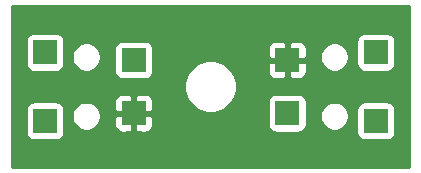
<source format=gbl>
G04 #@! TF.GenerationSoftware,KiCad,Pcbnew,5.1.5*
G04 #@! TF.CreationDate,2020-03-24T12:45:04+09:00*
G04 #@! TF.ProjectId,ABC,4142432e-6b69-4636-9164-5f7063625858,rev?*
G04 #@! TF.SameCoordinates,Original*
G04 #@! TF.FileFunction,Copper,L2,Bot*
G04 #@! TF.FilePolarity,Positive*
%FSLAX46Y46*%
G04 Gerber Fmt 4.6, Leading zero omitted, Abs format (unit mm)*
G04 Created by KiCad (PCBNEW 5.1.5) date 2020-03-24 12:45:04*
%MOMM*%
%LPD*%
G04 APERTURE LIST*
%ADD10R,2.000000X2.000000*%
%ADD11C,0.254000*%
G04 APERTURE END LIST*
D10*
X86500000Y-59400000D03*
X86500000Y-53600000D03*
X94000000Y-58750000D03*
X94000000Y-54250000D03*
X107000000Y-58750000D03*
X107000000Y-54250000D03*
X114500000Y-59400000D03*
X114500000Y-53600000D03*
D11*
G36*
X117340001Y-63340000D02*
G01*
X83660000Y-63340000D01*
X83660000Y-58400000D01*
X84861928Y-58400000D01*
X84861928Y-60400000D01*
X84874188Y-60524482D01*
X84910498Y-60644180D01*
X84969463Y-60754494D01*
X85048815Y-60851185D01*
X85145506Y-60930537D01*
X85255820Y-60989502D01*
X85375518Y-61025812D01*
X85500000Y-61038072D01*
X87500000Y-61038072D01*
X87624482Y-61025812D01*
X87744180Y-60989502D01*
X87854494Y-60930537D01*
X87951185Y-60851185D01*
X88030537Y-60754494D01*
X88089502Y-60644180D01*
X88125812Y-60524482D01*
X88138072Y-60400000D01*
X88138072Y-58878363D01*
X88765000Y-58878363D01*
X88765000Y-59121637D01*
X88812460Y-59360236D01*
X88905557Y-59584992D01*
X89040713Y-59787267D01*
X89212733Y-59959287D01*
X89415008Y-60094443D01*
X89639764Y-60187540D01*
X89878363Y-60235000D01*
X90121637Y-60235000D01*
X90360236Y-60187540D01*
X90584992Y-60094443D01*
X90787267Y-59959287D01*
X90959287Y-59787267D01*
X90984188Y-59750000D01*
X92361928Y-59750000D01*
X92374188Y-59874482D01*
X92410498Y-59994180D01*
X92469463Y-60104494D01*
X92548815Y-60201185D01*
X92645506Y-60280537D01*
X92755820Y-60339502D01*
X92875518Y-60375812D01*
X93000000Y-60388072D01*
X93714250Y-60385000D01*
X93873000Y-60226250D01*
X93873000Y-58877000D01*
X94127000Y-58877000D01*
X94127000Y-60226250D01*
X94285750Y-60385000D01*
X95000000Y-60388072D01*
X95124482Y-60375812D01*
X95244180Y-60339502D01*
X95354494Y-60280537D01*
X95451185Y-60201185D01*
X95530537Y-60104494D01*
X95589502Y-59994180D01*
X95625812Y-59874482D01*
X95638072Y-59750000D01*
X95635000Y-59035750D01*
X95476250Y-58877000D01*
X94127000Y-58877000D01*
X93873000Y-58877000D01*
X92523750Y-58877000D01*
X92365000Y-59035750D01*
X92361928Y-59750000D01*
X90984188Y-59750000D01*
X91094443Y-59584992D01*
X91187540Y-59360236D01*
X91235000Y-59121637D01*
X91235000Y-58878363D01*
X91187540Y-58639764D01*
X91094443Y-58415008D01*
X90959287Y-58212733D01*
X90787267Y-58040713D01*
X90584992Y-57905557D01*
X90360236Y-57812460D01*
X90121637Y-57765000D01*
X89878363Y-57765000D01*
X89639764Y-57812460D01*
X89415008Y-57905557D01*
X89212733Y-58040713D01*
X89040713Y-58212733D01*
X88905557Y-58415008D01*
X88812460Y-58639764D01*
X88765000Y-58878363D01*
X88138072Y-58878363D01*
X88138072Y-58400000D01*
X88125812Y-58275518D01*
X88089502Y-58155820D01*
X88030537Y-58045506D01*
X87951185Y-57948815D01*
X87854494Y-57869463D01*
X87744180Y-57810498D01*
X87624482Y-57774188D01*
X87500000Y-57761928D01*
X85500000Y-57761928D01*
X85375518Y-57774188D01*
X85255820Y-57810498D01*
X85145506Y-57869463D01*
X85048815Y-57948815D01*
X84969463Y-58045506D01*
X84910498Y-58155820D01*
X84874188Y-58275518D01*
X84861928Y-58400000D01*
X83660000Y-58400000D01*
X83660000Y-57750000D01*
X92361928Y-57750000D01*
X92365000Y-58464250D01*
X92523750Y-58623000D01*
X93873000Y-58623000D01*
X93873000Y-57273750D01*
X94127000Y-57273750D01*
X94127000Y-58623000D01*
X95476250Y-58623000D01*
X95635000Y-58464250D01*
X95638072Y-57750000D01*
X95625812Y-57625518D01*
X95589502Y-57505820D01*
X95530537Y-57395506D01*
X95451185Y-57298815D01*
X95354494Y-57219463D01*
X95244180Y-57160498D01*
X95124482Y-57124188D01*
X95000000Y-57111928D01*
X94285750Y-57115000D01*
X94127000Y-57273750D01*
X93873000Y-57273750D01*
X93714250Y-57115000D01*
X93000000Y-57111928D01*
X92875518Y-57124188D01*
X92755820Y-57160498D01*
X92645506Y-57219463D01*
X92548815Y-57298815D01*
X92469463Y-57395506D01*
X92410498Y-57505820D01*
X92374188Y-57625518D01*
X92361928Y-57750000D01*
X83660000Y-57750000D01*
X83660000Y-56279872D01*
X98265000Y-56279872D01*
X98265000Y-56720128D01*
X98350890Y-57151925D01*
X98519369Y-57558669D01*
X98763962Y-57924729D01*
X99075271Y-58236038D01*
X99441331Y-58480631D01*
X99848075Y-58649110D01*
X100279872Y-58735000D01*
X100720128Y-58735000D01*
X101151925Y-58649110D01*
X101558669Y-58480631D01*
X101924729Y-58236038D01*
X102236038Y-57924729D01*
X102352787Y-57750000D01*
X105361928Y-57750000D01*
X105361928Y-59750000D01*
X105374188Y-59874482D01*
X105410498Y-59994180D01*
X105469463Y-60104494D01*
X105548815Y-60201185D01*
X105645506Y-60280537D01*
X105755820Y-60339502D01*
X105875518Y-60375812D01*
X106000000Y-60388072D01*
X108000000Y-60388072D01*
X108124482Y-60375812D01*
X108244180Y-60339502D01*
X108354494Y-60280537D01*
X108451185Y-60201185D01*
X108530537Y-60104494D01*
X108589502Y-59994180D01*
X108625812Y-59874482D01*
X108638072Y-59750000D01*
X108638072Y-58878363D01*
X109765000Y-58878363D01*
X109765000Y-59121637D01*
X109812460Y-59360236D01*
X109905557Y-59584992D01*
X110040713Y-59787267D01*
X110212733Y-59959287D01*
X110415008Y-60094443D01*
X110639764Y-60187540D01*
X110878363Y-60235000D01*
X111121637Y-60235000D01*
X111360236Y-60187540D01*
X111584992Y-60094443D01*
X111787267Y-59959287D01*
X111959287Y-59787267D01*
X112094443Y-59584992D01*
X112187540Y-59360236D01*
X112235000Y-59121637D01*
X112235000Y-58878363D01*
X112187540Y-58639764D01*
X112094443Y-58415008D01*
X112084415Y-58400000D01*
X112861928Y-58400000D01*
X112861928Y-60400000D01*
X112874188Y-60524482D01*
X112910498Y-60644180D01*
X112969463Y-60754494D01*
X113048815Y-60851185D01*
X113145506Y-60930537D01*
X113255820Y-60989502D01*
X113375518Y-61025812D01*
X113500000Y-61038072D01*
X115500000Y-61038072D01*
X115624482Y-61025812D01*
X115744180Y-60989502D01*
X115854494Y-60930537D01*
X115951185Y-60851185D01*
X116030537Y-60754494D01*
X116089502Y-60644180D01*
X116125812Y-60524482D01*
X116138072Y-60400000D01*
X116138072Y-58400000D01*
X116125812Y-58275518D01*
X116089502Y-58155820D01*
X116030537Y-58045506D01*
X115951185Y-57948815D01*
X115854494Y-57869463D01*
X115744180Y-57810498D01*
X115624482Y-57774188D01*
X115500000Y-57761928D01*
X113500000Y-57761928D01*
X113375518Y-57774188D01*
X113255820Y-57810498D01*
X113145506Y-57869463D01*
X113048815Y-57948815D01*
X112969463Y-58045506D01*
X112910498Y-58155820D01*
X112874188Y-58275518D01*
X112861928Y-58400000D01*
X112084415Y-58400000D01*
X111959287Y-58212733D01*
X111787267Y-58040713D01*
X111584992Y-57905557D01*
X111360236Y-57812460D01*
X111121637Y-57765000D01*
X110878363Y-57765000D01*
X110639764Y-57812460D01*
X110415008Y-57905557D01*
X110212733Y-58040713D01*
X110040713Y-58212733D01*
X109905557Y-58415008D01*
X109812460Y-58639764D01*
X109765000Y-58878363D01*
X108638072Y-58878363D01*
X108638072Y-57750000D01*
X108625812Y-57625518D01*
X108589502Y-57505820D01*
X108530537Y-57395506D01*
X108451185Y-57298815D01*
X108354494Y-57219463D01*
X108244180Y-57160498D01*
X108124482Y-57124188D01*
X108000000Y-57111928D01*
X106000000Y-57111928D01*
X105875518Y-57124188D01*
X105755820Y-57160498D01*
X105645506Y-57219463D01*
X105548815Y-57298815D01*
X105469463Y-57395506D01*
X105410498Y-57505820D01*
X105374188Y-57625518D01*
X105361928Y-57750000D01*
X102352787Y-57750000D01*
X102480631Y-57558669D01*
X102649110Y-57151925D01*
X102735000Y-56720128D01*
X102735000Y-56279872D01*
X102649110Y-55848075D01*
X102480631Y-55441331D01*
X102352788Y-55250000D01*
X105361928Y-55250000D01*
X105374188Y-55374482D01*
X105410498Y-55494180D01*
X105469463Y-55604494D01*
X105548815Y-55701185D01*
X105645506Y-55780537D01*
X105755820Y-55839502D01*
X105875518Y-55875812D01*
X106000000Y-55888072D01*
X106714250Y-55885000D01*
X106873000Y-55726250D01*
X106873000Y-54377000D01*
X107127000Y-54377000D01*
X107127000Y-55726250D01*
X107285750Y-55885000D01*
X108000000Y-55888072D01*
X108124482Y-55875812D01*
X108244180Y-55839502D01*
X108354494Y-55780537D01*
X108451185Y-55701185D01*
X108530537Y-55604494D01*
X108589502Y-55494180D01*
X108625812Y-55374482D01*
X108638072Y-55250000D01*
X108635000Y-54535750D01*
X108476250Y-54377000D01*
X107127000Y-54377000D01*
X106873000Y-54377000D01*
X105523750Y-54377000D01*
X105365000Y-54535750D01*
X105361928Y-55250000D01*
X102352788Y-55250000D01*
X102236038Y-55075271D01*
X101924729Y-54763962D01*
X101558669Y-54519369D01*
X101151925Y-54350890D01*
X100720128Y-54265000D01*
X100279872Y-54265000D01*
X99848075Y-54350890D01*
X99441331Y-54519369D01*
X99075271Y-54763962D01*
X98763962Y-55075271D01*
X98519369Y-55441331D01*
X98350890Y-55848075D01*
X98265000Y-56279872D01*
X83660000Y-56279872D01*
X83660000Y-52600000D01*
X84861928Y-52600000D01*
X84861928Y-54600000D01*
X84874188Y-54724482D01*
X84910498Y-54844180D01*
X84969463Y-54954494D01*
X85048815Y-55051185D01*
X85145506Y-55130537D01*
X85255820Y-55189502D01*
X85375518Y-55225812D01*
X85500000Y-55238072D01*
X87500000Y-55238072D01*
X87624482Y-55225812D01*
X87744180Y-55189502D01*
X87854494Y-55130537D01*
X87951185Y-55051185D01*
X88030537Y-54954494D01*
X88089502Y-54844180D01*
X88125812Y-54724482D01*
X88138072Y-54600000D01*
X88138072Y-53878363D01*
X88765000Y-53878363D01*
X88765000Y-54121637D01*
X88812460Y-54360236D01*
X88905557Y-54584992D01*
X89040713Y-54787267D01*
X89212733Y-54959287D01*
X89415008Y-55094443D01*
X89639764Y-55187540D01*
X89878363Y-55235000D01*
X90121637Y-55235000D01*
X90360236Y-55187540D01*
X90584992Y-55094443D01*
X90787267Y-54959287D01*
X90959287Y-54787267D01*
X91094443Y-54584992D01*
X91187540Y-54360236D01*
X91235000Y-54121637D01*
X91235000Y-53878363D01*
X91187540Y-53639764D01*
X91094443Y-53415008D01*
X90984189Y-53250000D01*
X92361928Y-53250000D01*
X92361928Y-55250000D01*
X92374188Y-55374482D01*
X92410498Y-55494180D01*
X92469463Y-55604494D01*
X92548815Y-55701185D01*
X92645506Y-55780537D01*
X92755820Y-55839502D01*
X92875518Y-55875812D01*
X93000000Y-55888072D01*
X95000000Y-55888072D01*
X95124482Y-55875812D01*
X95244180Y-55839502D01*
X95354494Y-55780537D01*
X95451185Y-55701185D01*
X95530537Y-55604494D01*
X95589502Y-55494180D01*
X95625812Y-55374482D01*
X95638072Y-55250000D01*
X95638072Y-53250000D01*
X105361928Y-53250000D01*
X105365000Y-53964250D01*
X105523750Y-54123000D01*
X106873000Y-54123000D01*
X106873000Y-52773750D01*
X107127000Y-52773750D01*
X107127000Y-54123000D01*
X108476250Y-54123000D01*
X108635000Y-53964250D01*
X108635369Y-53878363D01*
X109765000Y-53878363D01*
X109765000Y-54121637D01*
X109812460Y-54360236D01*
X109905557Y-54584992D01*
X110040713Y-54787267D01*
X110212733Y-54959287D01*
X110415008Y-55094443D01*
X110639764Y-55187540D01*
X110878363Y-55235000D01*
X111121637Y-55235000D01*
X111360236Y-55187540D01*
X111584992Y-55094443D01*
X111787267Y-54959287D01*
X111959287Y-54787267D01*
X112094443Y-54584992D01*
X112187540Y-54360236D01*
X112235000Y-54121637D01*
X112235000Y-53878363D01*
X112187540Y-53639764D01*
X112094443Y-53415008D01*
X111959287Y-53212733D01*
X111787267Y-53040713D01*
X111584992Y-52905557D01*
X111360236Y-52812460D01*
X111121637Y-52765000D01*
X110878363Y-52765000D01*
X110639764Y-52812460D01*
X110415008Y-52905557D01*
X110212733Y-53040713D01*
X110040713Y-53212733D01*
X109905557Y-53415008D01*
X109812460Y-53639764D01*
X109765000Y-53878363D01*
X108635369Y-53878363D01*
X108638072Y-53250000D01*
X108625812Y-53125518D01*
X108589502Y-53005820D01*
X108530537Y-52895506D01*
X108451185Y-52798815D01*
X108354494Y-52719463D01*
X108244180Y-52660498D01*
X108124482Y-52624188D01*
X108000000Y-52611928D01*
X107285750Y-52615000D01*
X107127000Y-52773750D01*
X106873000Y-52773750D01*
X106714250Y-52615000D01*
X106000000Y-52611928D01*
X105875518Y-52624188D01*
X105755820Y-52660498D01*
X105645506Y-52719463D01*
X105548815Y-52798815D01*
X105469463Y-52895506D01*
X105410498Y-53005820D01*
X105374188Y-53125518D01*
X105361928Y-53250000D01*
X95638072Y-53250000D01*
X95625812Y-53125518D01*
X95589502Y-53005820D01*
X95530537Y-52895506D01*
X95451185Y-52798815D01*
X95354494Y-52719463D01*
X95244180Y-52660498D01*
X95124482Y-52624188D01*
X95000000Y-52611928D01*
X93000000Y-52611928D01*
X92875518Y-52624188D01*
X92755820Y-52660498D01*
X92645506Y-52719463D01*
X92548815Y-52798815D01*
X92469463Y-52895506D01*
X92410498Y-53005820D01*
X92374188Y-53125518D01*
X92361928Y-53250000D01*
X90984189Y-53250000D01*
X90959287Y-53212733D01*
X90787267Y-53040713D01*
X90584992Y-52905557D01*
X90360236Y-52812460D01*
X90121637Y-52765000D01*
X89878363Y-52765000D01*
X89639764Y-52812460D01*
X89415008Y-52905557D01*
X89212733Y-53040713D01*
X89040713Y-53212733D01*
X88905557Y-53415008D01*
X88812460Y-53639764D01*
X88765000Y-53878363D01*
X88138072Y-53878363D01*
X88138072Y-52600000D01*
X112861928Y-52600000D01*
X112861928Y-54600000D01*
X112874188Y-54724482D01*
X112910498Y-54844180D01*
X112969463Y-54954494D01*
X113048815Y-55051185D01*
X113145506Y-55130537D01*
X113255820Y-55189502D01*
X113375518Y-55225812D01*
X113500000Y-55238072D01*
X115500000Y-55238072D01*
X115624482Y-55225812D01*
X115744180Y-55189502D01*
X115854494Y-55130537D01*
X115951185Y-55051185D01*
X116030537Y-54954494D01*
X116089502Y-54844180D01*
X116125812Y-54724482D01*
X116138072Y-54600000D01*
X116138072Y-52600000D01*
X116125812Y-52475518D01*
X116089502Y-52355820D01*
X116030537Y-52245506D01*
X115951185Y-52148815D01*
X115854494Y-52069463D01*
X115744180Y-52010498D01*
X115624482Y-51974188D01*
X115500000Y-51961928D01*
X113500000Y-51961928D01*
X113375518Y-51974188D01*
X113255820Y-52010498D01*
X113145506Y-52069463D01*
X113048815Y-52148815D01*
X112969463Y-52245506D01*
X112910498Y-52355820D01*
X112874188Y-52475518D01*
X112861928Y-52600000D01*
X88138072Y-52600000D01*
X88125812Y-52475518D01*
X88089502Y-52355820D01*
X88030537Y-52245506D01*
X87951185Y-52148815D01*
X87854494Y-52069463D01*
X87744180Y-52010498D01*
X87624482Y-51974188D01*
X87500000Y-51961928D01*
X85500000Y-51961928D01*
X85375518Y-51974188D01*
X85255820Y-52010498D01*
X85145506Y-52069463D01*
X85048815Y-52148815D01*
X84969463Y-52245506D01*
X84910498Y-52355820D01*
X84874188Y-52475518D01*
X84861928Y-52600000D01*
X83660000Y-52600000D01*
X83660000Y-49660000D01*
X117340000Y-49660000D01*
X117340001Y-63340000D01*
G37*
X117340001Y-63340000D02*
X83660000Y-63340000D01*
X83660000Y-58400000D01*
X84861928Y-58400000D01*
X84861928Y-60400000D01*
X84874188Y-60524482D01*
X84910498Y-60644180D01*
X84969463Y-60754494D01*
X85048815Y-60851185D01*
X85145506Y-60930537D01*
X85255820Y-60989502D01*
X85375518Y-61025812D01*
X85500000Y-61038072D01*
X87500000Y-61038072D01*
X87624482Y-61025812D01*
X87744180Y-60989502D01*
X87854494Y-60930537D01*
X87951185Y-60851185D01*
X88030537Y-60754494D01*
X88089502Y-60644180D01*
X88125812Y-60524482D01*
X88138072Y-60400000D01*
X88138072Y-58878363D01*
X88765000Y-58878363D01*
X88765000Y-59121637D01*
X88812460Y-59360236D01*
X88905557Y-59584992D01*
X89040713Y-59787267D01*
X89212733Y-59959287D01*
X89415008Y-60094443D01*
X89639764Y-60187540D01*
X89878363Y-60235000D01*
X90121637Y-60235000D01*
X90360236Y-60187540D01*
X90584992Y-60094443D01*
X90787267Y-59959287D01*
X90959287Y-59787267D01*
X90984188Y-59750000D01*
X92361928Y-59750000D01*
X92374188Y-59874482D01*
X92410498Y-59994180D01*
X92469463Y-60104494D01*
X92548815Y-60201185D01*
X92645506Y-60280537D01*
X92755820Y-60339502D01*
X92875518Y-60375812D01*
X93000000Y-60388072D01*
X93714250Y-60385000D01*
X93873000Y-60226250D01*
X93873000Y-58877000D01*
X94127000Y-58877000D01*
X94127000Y-60226250D01*
X94285750Y-60385000D01*
X95000000Y-60388072D01*
X95124482Y-60375812D01*
X95244180Y-60339502D01*
X95354494Y-60280537D01*
X95451185Y-60201185D01*
X95530537Y-60104494D01*
X95589502Y-59994180D01*
X95625812Y-59874482D01*
X95638072Y-59750000D01*
X95635000Y-59035750D01*
X95476250Y-58877000D01*
X94127000Y-58877000D01*
X93873000Y-58877000D01*
X92523750Y-58877000D01*
X92365000Y-59035750D01*
X92361928Y-59750000D01*
X90984188Y-59750000D01*
X91094443Y-59584992D01*
X91187540Y-59360236D01*
X91235000Y-59121637D01*
X91235000Y-58878363D01*
X91187540Y-58639764D01*
X91094443Y-58415008D01*
X90959287Y-58212733D01*
X90787267Y-58040713D01*
X90584992Y-57905557D01*
X90360236Y-57812460D01*
X90121637Y-57765000D01*
X89878363Y-57765000D01*
X89639764Y-57812460D01*
X89415008Y-57905557D01*
X89212733Y-58040713D01*
X89040713Y-58212733D01*
X88905557Y-58415008D01*
X88812460Y-58639764D01*
X88765000Y-58878363D01*
X88138072Y-58878363D01*
X88138072Y-58400000D01*
X88125812Y-58275518D01*
X88089502Y-58155820D01*
X88030537Y-58045506D01*
X87951185Y-57948815D01*
X87854494Y-57869463D01*
X87744180Y-57810498D01*
X87624482Y-57774188D01*
X87500000Y-57761928D01*
X85500000Y-57761928D01*
X85375518Y-57774188D01*
X85255820Y-57810498D01*
X85145506Y-57869463D01*
X85048815Y-57948815D01*
X84969463Y-58045506D01*
X84910498Y-58155820D01*
X84874188Y-58275518D01*
X84861928Y-58400000D01*
X83660000Y-58400000D01*
X83660000Y-57750000D01*
X92361928Y-57750000D01*
X92365000Y-58464250D01*
X92523750Y-58623000D01*
X93873000Y-58623000D01*
X93873000Y-57273750D01*
X94127000Y-57273750D01*
X94127000Y-58623000D01*
X95476250Y-58623000D01*
X95635000Y-58464250D01*
X95638072Y-57750000D01*
X95625812Y-57625518D01*
X95589502Y-57505820D01*
X95530537Y-57395506D01*
X95451185Y-57298815D01*
X95354494Y-57219463D01*
X95244180Y-57160498D01*
X95124482Y-57124188D01*
X95000000Y-57111928D01*
X94285750Y-57115000D01*
X94127000Y-57273750D01*
X93873000Y-57273750D01*
X93714250Y-57115000D01*
X93000000Y-57111928D01*
X92875518Y-57124188D01*
X92755820Y-57160498D01*
X92645506Y-57219463D01*
X92548815Y-57298815D01*
X92469463Y-57395506D01*
X92410498Y-57505820D01*
X92374188Y-57625518D01*
X92361928Y-57750000D01*
X83660000Y-57750000D01*
X83660000Y-56279872D01*
X98265000Y-56279872D01*
X98265000Y-56720128D01*
X98350890Y-57151925D01*
X98519369Y-57558669D01*
X98763962Y-57924729D01*
X99075271Y-58236038D01*
X99441331Y-58480631D01*
X99848075Y-58649110D01*
X100279872Y-58735000D01*
X100720128Y-58735000D01*
X101151925Y-58649110D01*
X101558669Y-58480631D01*
X101924729Y-58236038D01*
X102236038Y-57924729D01*
X102352787Y-57750000D01*
X105361928Y-57750000D01*
X105361928Y-59750000D01*
X105374188Y-59874482D01*
X105410498Y-59994180D01*
X105469463Y-60104494D01*
X105548815Y-60201185D01*
X105645506Y-60280537D01*
X105755820Y-60339502D01*
X105875518Y-60375812D01*
X106000000Y-60388072D01*
X108000000Y-60388072D01*
X108124482Y-60375812D01*
X108244180Y-60339502D01*
X108354494Y-60280537D01*
X108451185Y-60201185D01*
X108530537Y-60104494D01*
X108589502Y-59994180D01*
X108625812Y-59874482D01*
X108638072Y-59750000D01*
X108638072Y-58878363D01*
X109765000Y-58878363D01*
X109765000Y-59121637D01*
X109812460Y-59360236D01*
X109905557Y-59584992D01*
X110040713Y-59787267D01*
X110212733Y-59959287D01*
X110415008Y-60094443D01*
X110639764Y-60187540D01*
X110878363Y-60235000D01*
X111121637Y-60235000D01*
X111360236Y-60187540D01*
X111584992Y-60094443D01*
X111787267Y-59959287D01*
X111959287Y-59787267D01*
X112094443Y-59584992D01*
X112187540Y-59360236D01*
X112235000Y-59121637D01*
X112235000Y-58878363D01*
X112187540Y-58639764D01*
X112094443Y-58415008D01*
X112084415Y-58400000D01*
X112861928Y-58400000D01*
X112861928Y-60400000D01*
X112874188Y-60524482D01*
X112910498Y-60644180D01*
X112969463Y-60754494D01*
X113048815Y-60851185D01*
X113145506Y-60930537D01*
X113255820Y-60989502D01*
X113375518Y-61025812D01*
X113500000Y-61038072D01*
X115500000Y-61038072D01*
X115624482Y-61025812D01*
X115744180Y-60989502D01*
X115854494Y-60930537D01*
X115951185Y-60851185D01*
X116030537Y-60754494D01*
X116089502Y-60644180D01*
X116125812Y-60524482D01*
X116138072Y-60400000D01*
X116138072Y-58400000D01*
X116125812Y-58275518D01*
X116089502Y-58155820D01*
X116030537Y-58045506D01*
X115951185Y-57948815D01*
X115854494Y-57869463D01*
X115744180Y-57810498D01*
X115624482Y-57774188D01*
X115500000Y-57761928D01*
X113500000Y-57761928D01*
X113375518Y-57774188D01*
X113255820Y-57810498D01*
X113145506Y-57869463D01*
X113048815Y-57948815D01*
X112969463Y-58045506D01*
X112910498Y-58155820D01*
X112874188Y-58275518D01*
X112861928Y-58400000D01*
X112084415Y-58400000D01*
X111959287Y-58212733D01*
X111787267Y-58040713D01*
X111584992Y-57905557D01*
X111360236Y-57812460D01*
X111121637Y-57765000D01*
X110878363Y-57765000D01*
X110639764Y-57812460D01*
X110415008Y-57905557D01*
X110212733Y-58040713D01*
X110040713Y-58212733D01*
X109905557Y-58415008D01*
X109812460Y-58639764D01*
X109765000Y-58878363D01*
X108638072Y-58878363D01*
X108638072Y-57750000D01*
X108625812Y-57625518D01*
X108589502Y-57505820D01*
X108530537Y-57395506D01*
X108451185Y-57298815D01*
X108354494Y-57219463D01*
X108244180Y-57160498D01*
X108124482Y-57124188D01*
X108000000Y-57111928D01*
X106000000Y-57111928D01*
X105875518Y-57124188D01*
X105755820Y-57160498D01*
X105645506Y-57219463D01*
X105548815Y-57298815D01*
X105469463Y-57395506D01*
X105410498Y-57505820D01*
X105374188Y-57625518D01*
X105361928Y-57750000D01*
X102352787Y-57750000D01*
X102480631Y-57558669D01*
X102649110Y-57151925D01*
X102735000Y-56720128D01*
X102735000Y-56279872D01*
X102649110Y-55848075D01*
X102480631Y-55441331D01*
X102352788Y-55250000D01*
X105361928Y-55250000D01*
X105374188Y-55374482D01*
X105410498Y-55494180D01*
X105469463Y-55604494D01*
X105548815Y-55701185D01*
X105645506Y-55780537D01*
X105755820Y-55839502D01*
X105875518Y-55875812D01*
X106000000Y-55888072D01*
X106714250Y-55885000D01*
X106873000Y-55726250D01*
X106873000Y-54377000D01*
X107127000Y-54377000D01*
X107127000Y-55726250D01*
X107285750Y-55885000D01*
X108000000Y-55888072D01*
X108124482Y-55875812D01*
X108244180Y-55839502D01*
X108354494Y-55780537D01*
X108451185Y-55701185D01*
X108530537Y-55604494D01*
X108589502Y-55494180D01*
X108625812Y-55374482D01*
X108638072Y-55250000D01*
X108635000Y-54535750D01*
X108476250Y-54377000D01*
X107127000Y-54377000D01*
X106873000Y-54377000D01*
X105523750Y-54377000D01*
X105365000Y-54535750D01*
X105361928Y-55250000D01*
X102352788Y-55250000D01*
X102236038Y-55075271D01*
X101924729Y-54763962D01*
X101558669Y-54519369D01*
X101151925Y-54350890D01*
X100720128Y-54265000D01*
X100279872Y-54265000D01*
X99848075Y-54350890D01*
X99441331Y-54519369D01*
X99075271Y-54763962D01*
X98763962Y-55075271D01*
X98519369Y-55441331D01*
X98350890Y-55848075D01*
X98265000Y-56279872D01*
X83660000Y-56279872D01*
X83660000Y-52600000D01*
X84861928Y-52600000D01*
X84861928Y-54600000D01*
X84874188Y-54724482D01*
X84910498Y-54844180D01*
X84969463Y-54954494D01*
X85048815Y-55051185D01*
X85145506Y-55130537D01*
X85255820Y-55189502D01*
X85375518Y-55225812D01*
X85500000Y-55238072D01*
X87500000Y-55238072D01*
X87624482Y-55225812D01*
X87744180Y-55189502D01*
X87854494Y-55130537D01*
X87951185Y-55051185D01*
X88030537Y-54954494D01*
X88089502Y-54844180D01*
X88125812Y-54724482D01*
X88138072Y-54600000D01*
X88138072Y-53878363D01*
X88765000Y-53878363D01*
X88765000Y-54121637D01*
X88812460Y-54360236D01*
X88905557Y-54584992D01*
X89040713Y-54787267D01*
X89212733Y-54959287D01*
X89415008Y-55094443D01*
X89639764Y-55187540D01*
X89878363Y-55235000D01*
X90121637Y-55235000D01*
X90360236Y-55187540D01*
X90584992Y-55094443D01*
X90787267Y-54959287D01*
X90959287Y-54787267D01*
X91094443Y-54584992D01*
X91187540Y-54360236D01*
X91235000Y-54121637D01*
X91235000Y-53878363D01*
X91187540Y-53639764D01*
X91094443Y-53415008D01*
X90984189Y-53250000D01*
X92361928Y-53250000D01*
X92361928Y-55250000D01*
X92374188Y-55374482D01*
X92410498Y-55494180D01*
X92469463Y-55604494D01*
X92548815Y-55701185D01*
X92645506Y-55780537D01*
X92755820Y-55839502D01*
X92875518Y-55875812D01*
X93000000Y-55888072D01*
X95000000Y-55888072D01*
X95124482Y-55875812D01*
X95244180Y-55839502D01*
X95354494Y-55780537D01*
X95451185Y-55701185D01*
X95530537Y-55604494D01*
X95589502Y-55494180D01*
X95625812Y-55374482D01*
X95638072Y-55250000D01*
X95638072Y-53250000D01*
X105361928Y-53250000D01*
X105365000Y-53964250D01*
X105523750Y-54123000D01*
X106873000Y-54123000D01*
X106873000Y-52773750D01*
X107127000Y-52773750D01*
X107127000Y-54123000D01*
X108476250Y-54123000D01*
X108635000Y-53964250D01*
X108635369Y-53878363D01*
X109765000Y-53878363D01*
X109765000Y-54121637D01*
X109812460Y-54360236D01*
X109905557Y-54584992D01*
X110040713Y-54787267D01*
X110212733Y-54959287D01*
X110415008Y-55094443D01*
X110639764Y-55187540D01*
X110878363Y-55235000D01*
X111121637Y-55235000D01*
X111360236Y-55187540D01*
X111584992Y-55094443D01*
X111787267Y-54959287D01*
X111959287Y-54787267D01*
X112094443Y-54584992D01*
X112187540Y-54360236D01*
X112235000Y-54121637D01*
X112235000Y-53878363D01*
X112187540Y-53639764D01*
X112094443Y-53415008D01*
X111959287Y-53212733D01*
X111787267Y-53040713D01*
X111584992Y-52905557D01*
X111360236Y-52812460D01*
X111121637Y-52765000D01*
X110878363Y-52765000D01*
X110639764Y-52812460D01*
X110415008Y-52905557D01*
X110212733Y-53040713D01*
X110040713Y-53212733D01*
X109905557Y-53415008D01*
X109812460Y-53639764D01*
X109765000Y-53878363D01*
X108635369Y-53878363D01*
X108638072Y-53250000D01*
X108625812Y-53125518D01*
X108589502Y-53005820D01*
X108530537Y-52895506D01*
X108451185Y-52798815D01*
X108354494Y-52719463D01*
X108244180Y-52660498D01*
X108124482Y-52624188D01*
X108000000Y-52611928D01*
X107285750Y-52615000D01*
X107127000Y-52773750D01*
X106873000Y-52773750D01*
X106714250Y-52615000D01*
X106000000Y-52611928D01*
X105875518Y-52624188D01*
X105755820Y-52660498D01*
X105645506Y-52719463D01*
X105548815Y-52798815D01*
X105469463Y-52895506D01*
X105410498Y-53005820D01*
X105374188Y-53125518D01*
X105361928Y-53250000D01*
X95638072Y-53250000D01*
X95625812Y-53125518D01*
X95589502Y-53005820D01*
X95530537Y-52895506D01*
X95451185Y-52798815D01*
X95354494Y-52719463D01*
X95244180Y-52660498D01*
X95124482Y-52624188D01*
X95000000Y-52611928D01*
X93000000Y-52611928D01*
X92875518Y-52624188D01*
X92755820Y-52660498D01*
X92645506Y-52719463D01*
X92548815Y-52798815D01*
X92469463Y-52895506D01*
X92410498Y-53005820D01*
X92374188Y-53125518D01*
X92361928Y-53250000D01*
X90984189Y-53250000D01*
X90959287Y-53212733D01*
X90787267Y-53040713D01*
X90584992Y-52905557D01*
X90360236Y-52812460D01*
X90121637Y-52765000D01*
X89878363Y-52765000D01*
X89639764Y-52812460D01*
X89415008Y-52905557D01*
X89212733Y-53040713D01*
X89040713Y-53212733D01*
X88905557Y-53415008D01*
X88812460Y-53639764D01*
X88765000Y-53878363D01*
X88138072Y-53878363D01*
X88138072Y-52600000D01*
X112861928Y-52600000D01*
X112861928Y-54600000D01*
X112874188Y-54724482D01*
X112910498Y-54844180D01*
X112969463Y-54954494D01*
X113048815Y-55051185D01*
X113145506Y-55130537D01*
X113255820Y-55189502D01*
X113375518Y-55225812D01*
X113500000Y-55238072D01*
X115500000Y-55238072D01*
X115624482Y-55225812D01*
X115744180Y-55189502D01*
X115854494Y-55130537D01*
X115951185Y-55051185D01*
X116030537Y-54954494D01*
X116089502Y-54844180D01*
X116125812Y-54724482D01*
X116138072Y-54600000D01*
X116138072Y-52600000D01*
X116125812Y-52475518D01*
X116089502Y-52355820D01*
X116030537Y-52245506D01*
X115951185Y-52148815D01*
X115854494Y-52069463D01*
X115744180Y-52010498D01*
X115624482Y-51974188D01*
X115500000Y-51961928D01*
X113500000Y-51961928D01*
X113375518Y-51974188D01*
X113255820Y-52010498D01*
X113145506Y-52069463D01*
X113048815Y-52148815D01*
X112969463Y-52245506D01*
X112910498Y-52355820D01*
X112874188Y-52475518D01*
X112861928Y-52600000D01*
X88138072Y-52600000D01*
X88125812Y-52475518D01*
X88089502Y-52355820D01*
X88030537Y-52245506D01*
X87951185Y-52148815D01*
X87854494Y-52069463D01*
X87744180Y-52010498D01*
X87624482Y-51974188D01*
X87500000Y-51961928D01*
X85500000Y-51961928D01*
X85375518Y-51974188D01*
X85255820Y-52010498D01*
X85145506Y-52069463D01*
X85048815Y-52148815D01*
X84969463Y-52245506D01*
X84910498Y-52355820D01*
X84874188Y-52475518D01*
X84861928Y-52600000D01*
X83660000Y-52600000D01*
X83660000Y-49660000D01*
X117340000Y-49660000D01*
X117340001Y-63340000D01*
M02*

</source>
